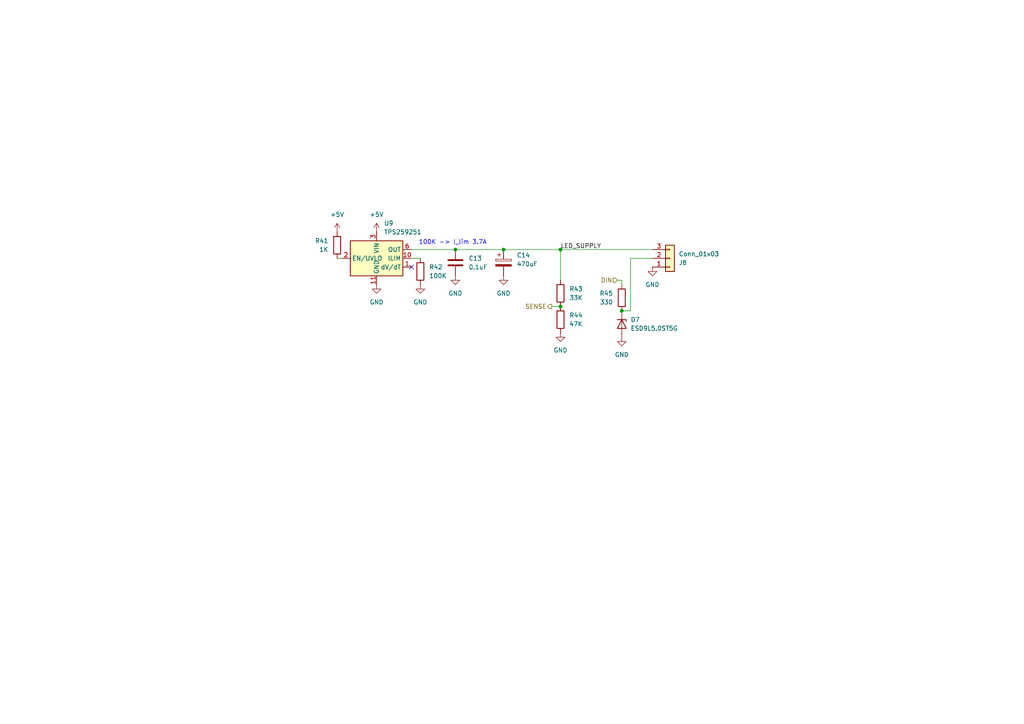
<source format=kicad_sch>
(kicad_sch (version 20250114) (generator "eeschema") (generator_version "9.0")
  (paper "A4")
  (lib_symbols
    (symbol "Connector_Generic:Conn_01x03" (pin_names (offset 1.016) (hide yes))
      (property "Reference" "J" (at 0 5.08 0))
      (property "Value" "Conn_01x03" (at 0 -5.08 0))
      (symbol "Conn_01x03_1_1"
        (rectangle (start -1.27 3.81) (end 1.27 -3.81) (stroke (width 0.254)) (fill (type background)))
        (rectangle (start -1.27 2.667) (end 0 2.413) (stroke (width 0.1524)))
        (rectangle (start -1.27 0.127) (end 0 -0.127) (stroke (width 0.1524)))
        (rectangle (start -1.27 -2.413) (end 0 -2.667) (stroke (width 0.1524)))
        (pin passive line (at -5.08 2.54 0) (length 3.81) (name "Pin_1") (number "1"))
        (pin passive line (at -5.08 0 0) (length 3.81) (name "Pin_2") (number "2"))
        (pin passive line (at -5.08 -2.54 0) (length 3.81) (name "Pin_3") (number "3"))
      )
    )
    (symbol "Device:C" (pin_numbers (hide yes)) (pin_names (offset 0.254))
      (property "Reference" "C" (at 0.635 2.54 0))
      (property "Value" "C" (at 0.635 -2.54 0))
      (symbol "C_0_1"
        (polyline (pts (xy -2.032 0.762) (xy 2.032 0.762)) (stroke (width 0.508)))
        (polyline (pts (xy -2.032 -0.762) (xy 2.032 -0.762)) (stroke (width 0.508)))
      )
      (symbol "C_1_1"
        (pin passive line (at 0 3.81 270) (length 2.794) (name "~") (number "1"))
        (pin passive line (at 0 -3.81 90) (length 2.794) (name "~") (number "2"))
      )
    )
    (symbol "Device:C_Polarized" (pin_numbers (hide yes)) (pin_names (offset 0.254))
      (property "Reference" "C" (at 0.635 2.54 0))
      (property "Value" "C_Polarized" (at 0.635 -2.54 0))
      (symbol "C_Polarized_0_1"
        (rectangle (start -2.286 0.508) (end 2.286 1.016))
        (polyline (pts (xy -1.778 2.286) (xy -0.762 2.286)))
        (polyline (pts (xy -1.27 2.794) (xy -1.27 1.778)))
        (rectangle (start 2.286 -0.508) (end -2.286 -1.016) (fill (type outline)))
      )
      (symbol "C_Polarized_1_1"
        (pin passive line (at 0 3.81 270) (length 2.794) (name "~") (number "1"))
        (pin passive line (at 0 -3.81 90) (length 2.794) (name "~") (number "2"))
      )
    )
    (symbol "Device:D_Zener" (pin_numbers (hide yes)) (pin_names (offset 1.016) (hide yes))
      (property "Reference" "D" (at 0 2.54 0))
      (property "Value" "D_Zener" (at 0 -2.54 0))
      (symbol "D_Zener_0_1"
        (polyline (pts (xy -1.27 -1.27) (xy -1.27 1.27) (xy -0.762 1.27)) (stroke (width 0.254)))
        (polyline (pts (xy 1.27 0) (xy -1.27 0)))
        (polyline (pts (xy 1.27 -1.27) (xy 1.27 1.27) (xy -1.27 0) (xy 1.27 -1.27)) (stroke (width 0.254)))
      )
      (symbol "D_Zener_1_1"
        (pin passive line (at -3.81 0 0) (length 2.54) (name "K") (number "1"))
        (pin passive line (at 3.81 0 180) (length 2.54) (name "A") (number "2"))
      )
    )
    (symbol "Device:R" (pin_numbers (hide yes)) (pin_names (offset 0))
      (property "Reference" "R" (at 2.032 0 90))
      (property "Value" "R" (at 0 0 90))
      (symbol "R_0_1"
        (rectangle (start -1.016 -2.54) (end 1.016 2.54) (stroke (width 0.254)))
      )
      (symbol "R_1_1"
        (pin passive line (at 0 3.81 270) (length 1.27) (name "~") (number "1"))
        (pin passive line (at 0 -3.81 90) (length 1.27) (name "~") (number "2"))
      )
    )
    (symbol "Power_Management:TPS2592xx"
      (property "Reference" "U" (at -6.35 6.35 0))
      (property "Value" "TPS2592xx" (at 6.35 6.35 0))
      (symbol "TPS2592xx_0_1"
        (rectangle (start -7.62 5.08) (end 7.62 -5.08) (stroke (width 0.254)) (fill (type background)))
      )
      (symbol "TPS2592xx_1_1"
        (pin input line (at -10.16 0 0) (length 2.54) (name "EN/UVLO") (number "2"))
        (pin no_connect line (at -7.62 -2.54 0) (length 2.54) (hide yes) (name "NC") (number "9"))
        (pin power_in line (at 0 7.62 270) (length 2.54) (name "VIN") (number "3"))
        (pin passive line (at 0 7.62 270) (length 2.54) (hide yes) (name "VIN") (number "4"))
        (pin passive line (at 0 7.62 270) (length 2.54) (hide yes) (name "VIN") (number "5"))
        (pin power_in line (at 0 -7.62 90) (length 2.54) (name "GND") (number "11"))
        (pin power_out line (at 10.16 2.54 180) (length 2.54) (name "OUT") (number "6"))
        (pin passive line (at 10.16 2.54 180) (length 2.54) (hide yes) (name "OUT") (number "7"))
        (pin passive line (at 10.16 2.54 180) (length 2.54) (hide yes) (name "OUT") (number "8"))
        (pin output line (at 10.16 0 180) (length 2.54) (name "ILIM") (number "10"))
        (pin output line (at 10.16 -2.54 180) (length 2.54) (name "dV/dT") (number "1"))
      )
    )
    (symbol "power:+5V" (power) (pin_numbers (hide yes)) (pin_names (offset 0) (hide yes))
      (property "Value" "+5V" (at 0 3.556 0))
      (symbol "+5V_0_1"
        (polyline (pts (xy -0.762 1.27) (xy 0 2.54)))
        (polyline (pts (xy 0 2.54) (xy 0.762 1.27)))
        (polyline (pts (xy 0 0) (xy 0 2.54)))
      )
      (symbol "+5V_1_1"
        (pin power_in line (at 0 0 90) (length 0) (name "~") (number "1"))
      )
    )
    (symbol "power:GND" (power) (pin_numbers (hide yes)) (pin_names (offset 0) (hide yes))
      (property "Value" "GND" (at 0 -3.81 0))
      (symbol "GND_0_1"
        (polyline (pts (xy 0 0) (xy 0 -1.27) (xy 1.27 -1.27) (xy 0 -2.54) (xy -1.27 -1.27) (xy 0 -1.27)))
      )
      (symbol "GND_1_1"
        (pin power_in line (at 0 0 270) (length 0) (name "~") (number "1"))
      )
    )
  )
  (text "100K -> I_lim 3.7A" (at 131.318 70.358 0) (effects (font (size 1.27 1.27))))
  (junction (at 162.56 88.9))
  (junction (at 146.05 72.39))
  (junction (at 132.08 72.39))
  (junction (at 180.34 90.17))
  (junction (at 162.56 72.39))
  (no_connect (at 119.38 77.47))
  (wire (pts (xy 160.02 88.9) (xy 162.56 88.9)))
  (wire (pts (xy 119.38 74.93) (xy 121.92 74.93)))
  (wire (pts (xy 119.38 72.39) (xy 132.08 72.39)))
  (wire (pts (xy 162.56 72.39) (xy 189.23 72.39)))
  (wire (pts (xy 179.07 81.28) (xy 180.34 81.28)))
  (wire (pts (xy 182.88 90.17) (xy 182.88 74.93)))
  (wire (pts (xy 180.34 81.28) (xy 180.34 82.55)))
  (wire (pts (xy 182.88 90.17) (xy 180.34 90.17)))
  (wire (pts (xy 182.88 74.93) (xy 189.23 74.93)))
  (wire (pts (xy 132.08 72.39) (xy 146.05 72.39)))
  (wire (pts (xy 97.79 74.93) (xy 99.06 74.93)))
  (wire (pts (xy 162.56 81.28) (xy 162.56 72.39)))
  (wire (pts (xy 146.05 72.39) (xy 162.56 72.39)))
  (label "LED_SUPPLY" (at 162.56 72.39 0))
  (hierarchical_label "SENSE" (shape output) (at 160.02 88.9 180))
  (hierarchical_label "DIN" (shape input) (at 179.07 81.28 180))
  (symbol (lib_id "power:GND") (at 132.08 80.01 0) (unit 1)
    (property "Reference" "#PWR0131" (effects (hide yes)))
    (property "Value" "GND" (at 132.08 85.09 0))
    (property "Description" "Power symbol creates a global label with name \"GND\" , ground" (effects (hide yes)))
    (instances (project "controller" (path "" (reference "#PWR063") (unit 1)) (path "" (reference "#PWR0131") (unit 1)) (path "" (reference "#PWR033") (unit 1)) (path "" (reference "#PWR015") (unit 1)) (path "" (reference "#PWR042") (unit 1)) (path "" (reference "#PWR05") (unit 1)) (path "" (reference "#PWR024") (unit 1)) (path "" (reference "#PWR051") (unit 1))))
  )
  (symbol (lib_id "Device:R") (at 162.56 85.09 0) (unit 1)
    (property "Reference" "R56" (at 165.1 83.8199 0) (effects (justify left)))
    (property "Value" "33K" (at 165.1 86.3599 0) (effects (justify left)))
    (property "Footprint" "Resistor_SMD:R_0603_1608Metric" (effects (hide yes)))
    (property "Description" "Resistor" (effects (hide yes)))
    (instances (project "controller" (path "" (reference "R43") (unit 1)) (path "" (reference "R56") (unit 1)) (path "" (reference "R18") (unit 1)) (path "" (reference "R8") (unit 1)) (path "" (reference "R23") (unit 1)) (path "" (reference "R3") (unit 1)) (path "" (reference "R13") (unit 1)) (path "" (reference "R38") (unit 1))))
  )
  (symbol (lib_id "power:GND") (at 180.34 97.79 0) (unit 1)
    (property "Reference" "#PWR0126" (effects (hide yes)))
    (property "Value" "GND" (at 180.34 102.87 0))
    (property "Description" "Power symbol creates a global label with name \"GND\" , ground" (effects (hide yes)))
    (instances (project "controller" (path "" (reference "#PWR077") (unit 1)) (path "" (reference "#PWR0126") (unit 1)) (path "" (reference "#PWR036") (unit 1)) (path "" (reference "#PWR018") (unit 1)) (path "" (reference "#PWR045") (unit 1)) (path "" (reference "#PWR08") (unit 1)) (path "" (reference "#PWR027") (unit 1)) (path "" (reference "#PWR054") (unit 1))))
  )
  (symbol (lib_id "Device:D_Zener") (at 180.34 93.98 270) (unit 1)
    (property "Reference" "D11" (at 182.88 92.7099 90) (effects (justify left)))
    (property "Value" "ESD9L5.0ST5G" (at 182.88 95.2499 90) (effects (justify left)))
    (property "Footprint" "Diode_SMD:D_SOD-923" (effects (hide yes)))
    (property "Description" "Zener diode" (effects (hide yes)))
    (property "LCSC" "C82326" (effects (hide yes)))
    (instances (project "controller" (path "" (reference "D7") (unit 1)) (path "" (reference "D11") (unit 1)) (path "" (reference "D4") (unit 1)) (path "" (reference "D2") (unit 1)) (path "" (reference "D5") (unit 1)) (path "" (reference "D1") (unit 1)) (path "" (reference "D3") (unit 1)) (path "" (reference "D6") (unit 1))))
  )
  (symbol (lib_id "power:+5V") (at 109.22 67.31 0) (unit 1)
    (property "Reference" "#PWR0128" (effects (hide yes)))
    (property "Value" "+5V" (at 109.22 62.23 0))
    (property "Description" "Power symbol creates a global label with name \"+5V\"" (effects (hide yes)))
    (instances (project "controller" (path "" (reference "#PWR057") (unit 1)) (path "" (reference "#PWR0128") (unit 1)) (path "" (reference "#PWR030") (unit 1)) (path "" (reference "#PWR012") (unit 1)) (path "" (reference "#PWR039") (unit 1)) (path "" (reference "#PWR02") (unit 1)) (path "" (reference "#PWR021") (unit 1)) (path "" (reference "#PWR048") (unit 1))))
  )
  (symbol (lib_id "power:GND") (at 121.92 82.55 0) (unit 1)
    (property "Reference" "#PWR0130" (effects (hide yes)))
    (property "Value" "GND" (at 121.92 87.63 0))
    (property "Description" "Power symbol creates a global label with name \"GND\" , ground" (effects (hide yes)))
    (instances (project "controller" (path "" (reference "#PWR062") (unit 1)) (path "" (reference "#PWR0130") (unit 1)) (path "" (reference "#PWR032") (unit 1)) (path "" (reference "#PWR014") (unit 1)) (path "" (reference "#PWR041") (unit 1)) (path "" (reference "#PWR04") (unit 1)) (path "" (reference "#PWR023") (unit 1)) (path "" (reference "#PWR050") (unit 1))))
  )
  (symbol (lib_id "Connector_Generic:Conn_01x03") (at 194.31 74.93 0) (mirror x) (unit 1) (in_bom no)
    (property "Reference" "J13" (at 196.85 76.2001 0) (effects (justify left)))
    (property "Value" "Conn_01x03" (at 196.85 73.6601 0) (effects (justify left)))
    (property "Footprint" "Connector_PinHeader_2.54mm:PinHeader_1x03_P2.54mm_Vertical" (effects (hide yes)))
    (property "Description" "Generic connector, single row, 01x03, script generated (kicad-library-utils/schlib/autogen/connector/)" (effects (hide yes)))
    (instances (project "controller" (path "" (reference "J8") (unit 1)) (path "" (reference "J13") (unit 1)) (path "" (reference "J5") (unit 1)) (path "" (reference "J3") (unit 1)) (path "" (reference "J6") (unit 1)) (path "" (reference "J2") (unit 1)) (path "" (reference "J4") (unit 1)) (path "" (reference "J7") (unit 1))))
  )
  (symbol (lib_id "power:GND") (at 109.22 82.55 0) (unit 1)
    (property "Reference" "#PWR0129" (effects (hide yes)))
    (property "Value" "GND" (at 109.22 87.63 0))
    (property "Description" "Power symbol creates a global label with name \"GND\" , ground" (effects (hide yes)))
    (instances (project "controller" (path "" (reference "#PWR058") (unit 1)) (path "" (reference "#PWR0129") (unit 1)) (path "" (reference "#PWR031") (unit 1)) (path "" (reference "#PWR013") (unit 1)) (path "" (reference "#PWR040") (unit 1)) (path "" (reference "#PWR03") (unit 1)) (path "" (reference "#PWR022") (unit 1)) (path "" (reference "#PWR049") (unit 1))))
  )
  (symbol (lib_id "power:GND") (at 189.23 77.47 0) (unit 1)
    (property "Reference" "#PWR0134" (effects (hide yes)))
    (property "Value" "GND" (at 189.23 82.55 0))
    (property "Description" "Power symbol creates a global label with name \"GND\" , ground" (effects (hide yes)))
    (instances (project "controller" (path "" (reference "#PWR078") (unit 1)) (path "" (reference "#PWR0134") (unit 1)) (path "" (reference "#PWR037") (unit 1)) (path "" (reference "#PWR019") (unit 1)) (path "" (reference "#PWR046") (unit 1)) (path "" (reference "#PWR010") (unit 1)) (path "" (reference "#PWR028") (unit 1)) (path "" (reference "#PWR055") (unit 1))))
  )
  (symbol (lib_id "power:GND") (at 162.56 96.52 0) (unit 1)
    (property "Reference" "#PWR0133" (effects (hide yes)))
    (property "Value" "GND" (at 162.56 101.6 0))
    (property "Description" "Power symbol creates a global label with name \"GND\" , ground" (effects (hide yes)))
    (instances (project "controller" (path "" (reference "#PWR072") (unit 1)) (path "" (reference "#PWR0133") (unit 1)) (path "" (reference "#PWR035") (unit 1)) (path "" (reference "#PWR017") (unit 1)) (path "" (reference "#PWR044") (unit 1)) (path "" (reference "#PWR07") (unit 1)) (path "" (reference "#PWR026") (unit 1)) (path "" (reference "#PWR053") (unit 1))))
  )
  (symbol (lib_id "power:+5V") (at 97.79 67.31 0) (unit 1)
    (property "Reference" "#PWR0127" (effects (hide yes)))
    (property "Value" "+5V" (at 97.79 62.23 0))
    (property "Description" "Power symbol creates a global label with name \"+5V\"" (effects (hide yes)))
    (instances (project "controller" (path "" (reference "#PWR056") (unit 1)) (path "" (reference "#PWR0127") (unit 1)) (path "" (reference "#PWR029") (unit 1)) (path "" (reference "#PWR011") (unit 1)) (path "" (reference "#PWR038") (unit 1)) (path "" (reference "#PWR01") (unit 1)) (path "" (reference "#PWR020") (unit 1)) (path "" (reference "#PWR047") (unit 1))))
  )
  (symbol (lib_id "Device:R") (at 162.56 92.71 0) (unit 1)
    (property "Reference" "R57" (at 165.1 91.4399 0) (effects (justify left)))
    (property "Value" "47K" (at 165.1 93.9799 0) (effects (justify left)))
    (property "Footprint" "Resistor_SMD:R_0603_1608Metric" (effects (hide yes)))
    (property "Description" "Resistor" (effects (hide yes)))
    (instances (project "controller" (path "" (reference "R44") (unit 1)) (path "" (reference "R57") (unit 1)) (path "" (reference "R19") (unit 1)) (path "" (reference "R9") (unit 1)) (path "" (reference "R24") (unit 1)) (path "" (reference "R4") (unit 1)) (path "" (reference "R14") (unit 1)) (path "" (reference "R39") (unit 1))))
  )
  (symbol (lib_id "Device:C") (at 132.08 76.2 0) (unit 1)
    (property "Reference" "C31" (at 135.89 74.9299 0) (effects (justify left)))
    (property "Value" "0.1uF" (at 135.89 77.4699 0) (effects (justify left)))
    (property "Footprint" "Capacitor_SMD:C_0603_1608Metric" (effects (hide yes)))
    (property "Description" "Unpolarized capacitor" (effects (hide yes)))
    (instances (project "controller" (path "" (reference "C13") (unit 1)) (path "" (reference "C31") (unit 1)) (path "" (reference "C7") (unit 1)) (path "" (reference "C3") (unit 1)) (path "" (reference "C9") (unit 1)) (path "" (reference "C1") (unit 1)) (path "" (reference "C5") (unit 1)) (path "" (reference "C11") (unit 1))))
  )
  (symbol (lib_id "Device:R") (at 180.34 86.36 0) (mirror y) (unit 1)
    (property "Reference" "R53" (at 177.8 85.0899 0) (effects (justify left)))
    (property "Value" "330" (at 177.8 87.6299 0) (effects (justify left)))
    (property "Footprint" "Resistor_SMD:R_0603_1608Metric" (effects (hide yes)))
    (property "Description" "Resistor" (effects (hide yes)))
    (instances (project "controller" (path "" (reference "R45") (unit 1)) (path "" (reference "R53") (unit 1)) (path "" (reference "R20") (unit 1)) (path "" (reference "R10") (unit 1)) (path "" (reference "R35") (unit 1)) (path "" (reference "R5") (unit 1)) (path "" (reference "R15") (unit 1)) (path "" (reference "R40") (unit 1))))
  )
  (symbol (lib_id "Device:R") (at 97.79 71.12 0) (mirror y) (unit 1)
    (property "Reference" "R54" (at 95.25 69.8499 0) (effects (justify left)))
    (property "Value" "1K" (at 95.25 72.3899 0) (effects (justify left)))
    (property "Footprint" "Resistor_SMD:R_0603_1608Metric" (effects (hide yes)))
    (property "Description" "Resistor" (effects (hide yes)))
    (instances (project "controller" (path "" (reference "R41") (unit 1)) (path "" (reference "R54") (unit 1)) (path "" (reference "R16") (unit 1)) (path "" (reference "R6") (unit 1)) (path "" (reference "R21") (unit 1)) (path "" (reference "R1") (unit 1)) (path "" (reference "R11") (unit 1)) (path "" (reference "R36") (unit 1))))
  )
  (symbol (lib_id "power:GND") (at 146.05 80.01 0) (unit 1)
    (property "Reference" "#PWR0132" (effects (hide yes)))
    (property "Value" "GND" (at 146.05 85.09 0))
    (property "Description" "Power symbol creates a global label with name \"GND\" , ground" (effects (hide yes)))
    (instances (project "controller" (path "" (reference "#PWR064") (unit 1)) (path "" (reference "#PWR0132") (unit 1)) (path "" (reference "#PWR034") (unit 1)) (path "" (reference "#PWR016") (unit 1)) (path "" (reference "#PWR043") (unit 1)) (path "" (reference "#PWR06") (unit 1)) (path "" (reference "#PWR025") (unit 1)) (path "" (reference "#PWR052") (unit 1))))
  )
  (symbol (lib_id "Device:R") (at 121.92 78.74 0) (unit 1)
    (property "Reference" "R55" (at 124.46 77.4699 0) (effects (justify left)))
    (property "Value" "100K" (at 124.46 80.0099 0) (effects (justify left)))
    (property "Footprint" "Resistor_SMD:R_0603_1608Metric" (effects (hide yes)))
    (property "Description" "Resistor" (effects (hide yes)))
    (instances (project "controller" (path "" (reference "R42") (unit 1)) (path "" (reference "R55") (unit 1)) (path "" (reference "R17") (unit 1)) (path "" (reference "R7") (unit 1)) (path "" (reference "R22") (unit 1)) (path "" (reference "R2") (unit 1)) (path "" (reference "R12") (unit 1)) (path "" (reference "R37") (unit 1))))
  )
  (symbol (lib_id "Device:C_Polarized") (at 146.05 76.2 0) (unit 1)
    (property "Reference" "C32" (at 149.86 74.0409 0) (effects (justify left)))
    (property "Value" "470uF" (at 149.86 76.5809 0) (effects (justify left)))
    (property "Footprint" "Capacitor_THT:C_Radial_D10.0mm_H16.0mm_P5.00mm" (effects (hide yes)))
    (property "Description" "Polarized capacitor" (effects (hide yes)))
    (property "LCSC" "C88732" (effects (hide yes)))
    (instances (project "controller" (path "" (reference "C14") (unit 1)) (path "" (reference "C32") (unit 1)) (path "" (reference "C8") (unit 1)) (path "" (reference "C4") (unit 1)) (path "" (reference "C10") (unit 1)) (path "" (reference "C2") (unit 1)) (path "" (reference "C6") (unit 1)) (path "" (reference "C12") (unit 1))))
  )
  (symbol (lib_id "Power_Management:TPS2592xx") (at 109.22 74.93 0) (unit 1)
    (property "Reference" "U13" (at 111.3633 64.77 0) (effects (justify left)))
    (property "Value" "TPS259251" (at 111.3633 67.31 0) (effects (justify left)))
    (property "Footprint" "Package_SON:VSON-10-1EP_3x3mm_P0.5mm_EP1.65x2.4mm_ThermalVias" (effects (hide yes)))
    (property "Datasheet" "http://www.ti.com/lit/ds/symlink/tps25925.pdf" (effects (hide yes)))
    (property "Description" "5V/12V eFuse Protection Switch (VSON-10)" (effects (hide yes)))
    (property "LCSC" "C527680" (effects (hide yes)))
    (instances (project "controller" (path "" (reference "U9") (unit 1)) (path "" (reference "U13") (unit 1)) (path "" (reference "U6") (unit 1)) (path "" (reference "U4") (unit 1)) (path "" (reference "U7") (unit 1)) (path "" (reference "U3") (unit 1)) (path "" (reference "U5") (unit 1)) (path "" (reference "U8") (unit 1))))
  )
)
</source>
